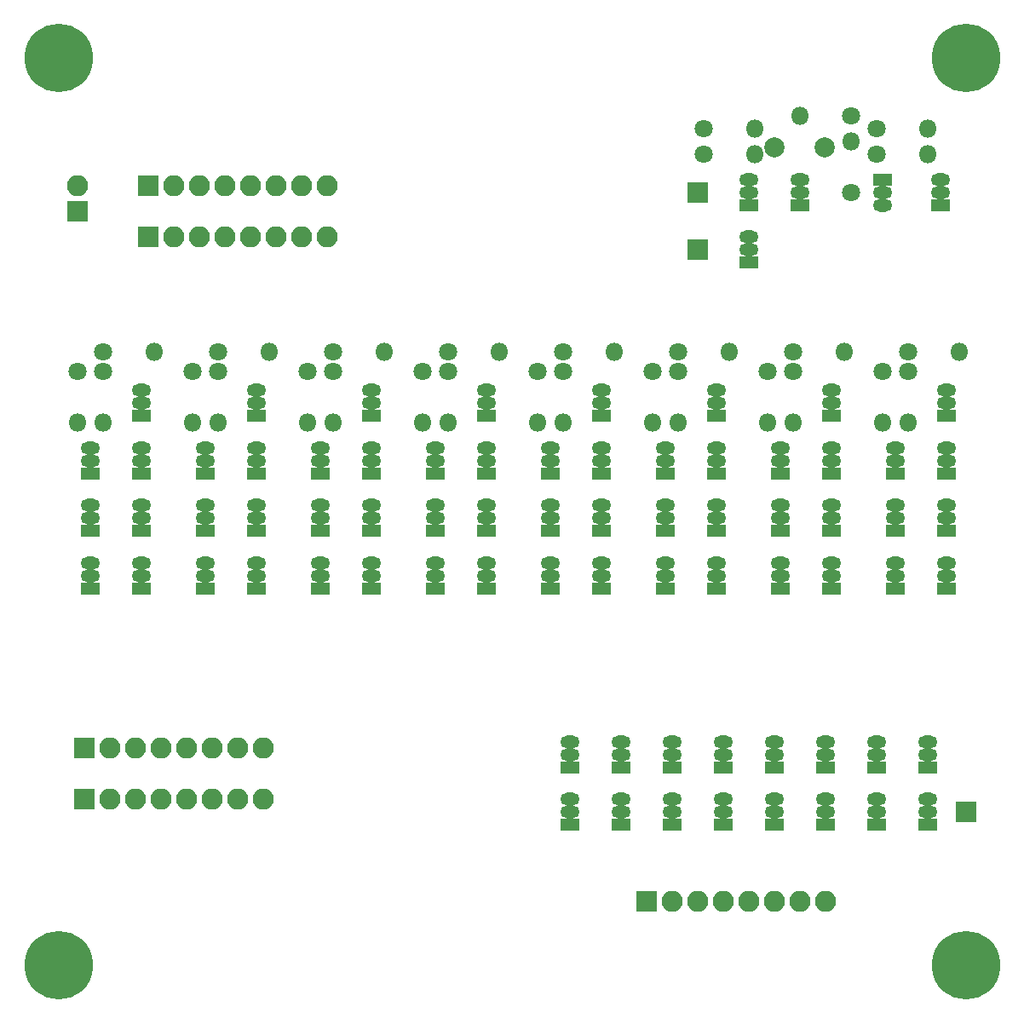
<source format=gbr>
G04 #@! TF.FileFunction,Soldermask,Bot*
%FSLAX46Y46*%
G04 Gerber Fmt 4.6, Leading zero omitted, Abs format (unit mm)*
G04 Created by KiCad (PCBNEW 4.0.7-e2-6376~58~ubuntu16.04.1) date Tue Jan 16 13:30:28 2018*
%MOMM*%
%LPD*%
G01*
G04 APERTURE LIST*
%ADD10C,0.100000*%
%ADD11C,2.000000*%
%ADD12R,2.100000X2.100000*%
%ADD13O,2.100000X2.100000*%
%ADD14O,1.900000X1.300000*%
%ADD15R,1.900000X1.300000*%
%ADD16C,1.800000*%
%ADD17O,1.800000X1.800000*%
%ADD18C,6.800000*%
G04 APERTURE END LIST*
D10*
D11*
X117475000Y-29210000D03*
X122475000Y-29210000D03*
D12*
X55245000Y-33020000D03*
D13*
X57785000Y-33020000D03*
X60325000Y-33020000D03*
X62865000Y-33020000D03*
X65405000Y-33020000D03*
X67945000Y-33020000D03*
X70485000Y-33020000D03*
X73025000Y-33020000D03*
D12*
X48260000Y-35560000D03*
D13*
X48260000Y-33020000D03*
D12*
X55245000Y-38100000D03*
D13*
X57785000Y-38100000D03*
X60325000Y-38100000D03*
X62865000Y-38100000D03*
X65405000Y-38100000D03*
X67945000Y-38100000D03*
X70485000Y-38100000D03*
X73025000Y-38100000D03*
D12*
X109855000Y-33655000D03*
X109855000Y-39370000D03*
X104775000Y-104140000D03*
D13*
X107315000Y-104140000D03*
X109855000Y-104140000D03*
X112395000Y-104140000D03*
X114935000Y-104140000D03*
X117475000Y-104140000D03*
X120015000Y-104140000D03*
X122555000Y-104140000D03*
D12*
X48895000Y-88900000D03*
D13*
X51435000Y-88900000D03*
X53975000Y-88900000D03*
X56515000Y-88900000D03*
X59055000Y-88900000D03*
X61595000Y-88900000D03*
X64135000Y-88900000D03*
X66675000Y-88900000D03*
D12*
X48895000Y-93980000D03*
D13*
X51435000Y-93980000D03*
X53975000Y-93980000D03*
X56515000Y-93980000D03*
X59055000Y-93980000D03*
X61595000Y-93980000D03*
X64135000Y-93980000D03*
X66675000Y-93980000D03*
D12*
X136525000Y-95250000D03*
D14*
X114935000Y-33655000D03*
X114935000Y-32385000D03*
D15*
X114935000Y-34925000D03*
D14*
X120015000Y-33655000D03*
X120015000Y-32385000D03*
D15*
X120015000Y-34925000D03*
D14*
X128270000Y-33655000D03*
X128270000Y-34925000D03*
D15*
X128270000Y-32385000D03*
D14*
X133985000Y-33655000D03*
X133985000Y-32385000D03*
D15*
X133985000Y-34925000D03*
D14*
X114935000Y-39370000D03*
X114935000Y-38100000D03*
D15*
X114935000Y-40640000D03*
D14*
X97155000Y-89535000D03*
X97155000Y-88265000D03*
D15*
X97155000Y-90805000D03*
D14*
X102235000Y-89535000D03*
X102235000Y-88265000D03*
D15*
X102235000Y-90805000D03*
D14*
X107315000Y-89535000D03*
X107315000Y-88265000D03*
D15*
X107315000Y-90805000D03*
D14*
X112395000Y-89535000D03*
X112395000Y-88265000D03*
D15*
X112395000Y-90805000D03*
D14*
X117475000Y-89535000D03*
X117475000Y-88265000D03*
D15*
X117475000Y-90805000D03*
D14*
X122555000Y-89535000D03*
X122555000Y-88265000D03*
D15*
X122555000Y-90805000D03*
D14*
X127635000Y-89535000D03*
X127635000Y-88265000D03*
D15*
X127635000Y-90805000D03*
D14*
X132715000Y-89535000D03*
X132715000Y-88265000D03*
D15*
X132715000Y-90805000D03*
D14*
X97155000Y-95250000D03*
X97155000Y-93980000D03*
D15*
X97155000Y-96520000D03*
D14*
X102235000Y-95250000D03*
X102235000Y-93980000D03*
D15*
X102235000Y-96520000D03*
D14*
X107315000Y-95250000D03*
X107315000Y-93980000D03*
D15*
X107315000Y-96520000D03*
D14*
X112395000Y-95250000D03*
X112395000Y-93980000D03*
D15*
X112395000Y-96520000D03*
D14*
X117475000Y-95250000D03*
X117475000Y-93980000D03*
D15*
X117475000Y-96520000D03*
D14*
X122555000Y-95250000D03*
X122555000Y-93980000D03*
D15*
X122555000Y-96520000D03*
D14*
X127635000Y-95250000D03*
X127635000Y-93980000D03*
D15*
X127635000Y-96520000D03*
D14*
X132715000Y-95250000D03*
X132715000Y-93980000D03*
D15*
X132715000Y-96520000D03*
D14*
X49530000Y-66040000D03*
X49530000Y-64770000D03*
D15*
X49530000Y-67310000D03*
D14*
X49530000Y-60325000D03*
X49530000Y-59055000D03*
D15*
X49530000Y-61595000D03*
D14*
X54610000Y-60325000D03*
X54610000Y-59055000D03*
D15*
X54610000Y-61595000D03*
D14*
X54610000Y-66040000D03*
X54610000Y-64770000D03*
D15*
X54610000Y-67310000D03*
D14*
X49530000Y-71755000D03*
X49530000Y-70485000D03*
D15*
X49530000Y-73025000D03*
D14*
X54610000Y-71755000D03*
X54610000Y-70485000D03*
D15*
X54610000Y-73025000D03*
D14*
X54610000Y-54610000D03*
X54610000Y-53340000D03*
D15*
X54610000Y-55880000D03*
D14*
X60960000Y-66040000D03*
X60960000Y-64770000D03*
D15*
X60960000Y-67310000D03*
D14*
X60960000Y-60325000D03*
X60960000Y-59055000D03*
D15*
X60960000Y-61595000D03*
D14*
X66040000Y-60325000D03*
X66040000Y-59055000D03*
D15*
X66040000Y-61595000D03*
D14*
X66040000Y-66040000D03*
X66040000Y-64770000D03*
D15*
X66040000Y-67310000D03*
D14*
X60960000Y-71755000D03*
X60960000Y-70485000D03*
D15*
X60960000Y-73025000D03*
D14*
X66040000Y-71755000D03*
X66040000Y-70485000D03*
D15*
X66040000Y-73025000D03*
D14*
X66040000Y-54610000D03*
X66040000Y-53340000D03*
D15*
X66040000Y-55880000D03*
D14*
X72390000Y-66040000D03*
X72390000Y-64770000D03*
D15*
X72390000Y-67310000D03*
D14*
X72390000Y-60325000D03*
X72390000Y-59055000D03*
D15*
X72390000Y-61595000D03*
D14*
X77470000Y-60325000D03*
X77470000Y-59055000D03*
D15*
X77470000Y-61595000D03*
D14*
X77470000Y-66040000D03*
X77470000Y-64770000D03*
D15*
X77470000Y-67310000D03*
D14*
X72390000Y-71755000D03*
X72390000Y-70485000D03*
D15*
X72390000Y-73025000D03*
D14*
X77470000Y-71755000D03*
X77470000Y-70485000D03*
D15*
X77470000Y-73025000D03*
D14*
X77470000Y-54610000D03*
X77470000Y-53340000D03*
D15*
X77470000Y-55880000D03*
D14*
X83820000Y-66040000D03*
X83820000Y-64770000D03*
D15*
X83820000Y-67310000D03*
D14*
X83820000Y-60325000D03*
X83820000Y-59055000D03*
D15*
X83820000Y-61595000D03*
D14*
X88900000Y-60325000D03*
X88900000Y-59055000D03*
D15*
X88900000Y-61595000D03*
D14*
X88900000Y-66040000D03*
X88900000Y-64770000D03*
D15*
X88900000Y-67310000D03*
D14*
X83820000Y-71755000D03*
X83820000Y-70485000D03*
D15*
X83820000Y-73025000D03*
D14*
X88900000Y-71755000D03*
X88900000Y-70485000D03*
D15*
X88900000Y-73025000D03*
D14*
X88900000Y-54610000D03*
X88900000Y-53340000D03*
D15*
X88900000Y-55880000D03*
D14*
X95250000Y-66040000D03*
X95250000Y-64770000D03*
D15*
X95250000Y-67310000D03*
D14*
X95250000Y-60325000D03*
X95250000Y-59055000D03*
D15*
X95250000Y-61595000D03*
D14*
X100330000Y-60325000D03*
X100330000Y-59055000D03*
D15*
X100330000Y-61595000D03*
D14*
X100330000Y-66040000D03*
X100330000Y-64770000D03*
D15*
X100330000Y-67310000D03*
D14*
X95250000Y-71755000D03*
X95250000Y-70485000D03*
D15*
X95250000Y-73025000D03*
D14*
X100330000Y-71755000D03*
X100330000Y-70485000D03*
D15*
X100330000Y-73025000D03*
D14*
X100330000Y-54610000D03*
X100330000Y-53340000D03*
D15*
X100330000Y-55880000D03*
D14*
X106680000Y-66040000D03*
X106680000Y-64770000D03*
D15*
X106680000Y-67310000D03*
D14*
X106680000Y-60325000D03*
X106680000Y-59055000D03*
D15*
X106680000Y-61595000D03*
D14*
X111760000Y-60325000D03*
X111760000Y-59055000D03*
D15*
X111760000Y-61595000D03*
D14*
X111760000Y-66040000D03*
X111760000Y-64770000D03*
D15*
X111760000Y-67310000D03*
D14*
X106680000Y-71755000D03*
X106680000Y-70485000D03*
D15*
X106680000Y-73025000D03*
D14*
X111760000Y-71755000D03*
X111760000Y-70485000D03*
D15*
X111760000Y-73025000D03*
D14*
X111760000Y-54610000D03*
X111760000Y-53340000D03*
D15*
X111760000Y-55880000D03*
D14*
X118110000Y-66040000D03*
X118110000Y-64770000D03*
D15*
X118110000Y-67310000D03*
D14*
X118110000Y-60325000D03*
X118110000Y-59055000D03*
D15*
X118110000Y-61595000D03*
D14*
X123190000Y-60325000D03*
X123190000Y-59055000D03*
D15*
X123190000Y-61595000D03*
D14*
X123190000Y-66040000D03*
X123190000Y-64770000D03*
D15*
X123190000Y-67310000D03*
D14*
X118110000Y-71755000D03*
X118110000Y-70485000D03*
D15*
X118110000Y-73025000D03*
D14*
X123190000Y-71755000D03*
X123190000Y-70485000D03*
D15*
X123190000Y-73025000D03*
D14*
X123190000Y-54610000D03*
X123190000Y-53340000D03*
D15*
X123190000Y-55880000D03*
D14*
X129540000Y-66040000D03*
X129540000Y-64770000D03*
D15*
X129540000Y-67310000D03*
D14*
X129540000Y-60325000D03*
X129540000Y-59055000D03*
D15*
X129540000Y-61595000D03*
D14*
X134620000Y-60325000D03*
X134620000Y-59055000D03*
D15*
X134620000Y-61595000D03*
D14*
X134620000Y-66040000D03*
X134620000Y-64770000D03*
D15*
X134620000Y-67310000D03*
D14*
X129540000Y-71755000D03*
X129540000Y-70485000D03*
D15*
X129540000Y-73025000D03*
D14*
X134620000Y-71755000D03*
X134620000Y-70485000D03*
D15*
X134620000Y-73025000D03*
D14*
X134620000Y-54610000D03*
X134620000Y-53340000D03*
D15*
X134620000Y-55880000D03*
D16*
X110490000Y-29845000D03*
D17*
X115570000Y-29845000D03*
D16*
X110490000Y-27305000D03*
D17*
X115570000Y-27305000D03*
D16*
X127635000Y-29845000D03*
D17*
X132715000Y-29845000D03*
D16*
X127635000Y-27305000D03*
D17*
X132715000Y-27305000D03*
D16*
X125095000Y-33655000D03*
D17*
X125095000Y-28575000D03*
D16*
X125095000Y-26035000D03*
D17*
X120015000Y-26035000D03*
D16*
X48260000Y-51435000D03*
D17*
X48260000Y-56515000D03*
D16*
X50800000Y-51435000D03*
D17*
X50800000Y-56515000D03*
D16*
X50800000Y-49530000D03*
D17*
X55880000Y-49530000D03*
D16*
X59690000Y-51435000D03*
D17*
X59690000Y-56515000D03*
D16*
X62230000Y-51435000D03*
D17*
X62230000Y-56515000D03*
D16*
X62230000Y-49530000D03*
D17*
X67310000Y-49530000D03*
D16*
X71120000Y-51435000D03*
D17*
X71120000Y-56515000D03*
D16*
X73660000Y-51435000D03*
D17*
X73660000Y-56515000D03*
D16*
X73660000Y-49530000D03*
D17*
X78740000Y-49530000D03*
D16*
X82550000Y-51435000D03*
D17*
X82550000Y-56515000D03*
D16*
X85090000Y-51435000D03*
D17*
X85090000Y-56515000D03*
D16*
X85090000Y-49530000D03*
D17*
X90170000Y-49530000D03*
D16*
X93980000Y-51435000D03*
D17*
X93980000Y-56515000D03*
D16*
X96520000Y-51435000D03*
D17*
X96520000Y-56515000D03*
D16*
X96520000Y-49530000D03*
D17*
X101600000Y-49530000D03*
D16*
X105410000Y-51435000D03*
D17*
X105410000Y-56515000D03*
D16*
X107950000Y-51435000D03*
D17*
X107950000Y-56515000D03*
D16*
X107950000Y-49530000D03*
D17*
X113030000Y-49530000D03*
D16*
X116840000Y-51435000D03*
D17*
X116840000Y-56515000D03*
D16*
X119380000Y-51435000D03*
D17*
X119380000Y-56515000D03*
D16*
X119380000Y-49530000D03*
D17*
X124460000Y-49530000D03*
D16*
X128270000Y-51435000D03*
D17*
X128270000Y-56515000D03*
D16*
X130810000Y-51435000D03*
D17*
X130810000Y-56515000D03*
D16*
X130810000Y-49530000D03*
D17*
X135890000Y-49530000D03*
D18*
X46355000Y-20320000D03*
X136525000Y-20320000D03*
X136525000Y-110490000D03*
X46355000Y-110490000D03*
M02*

</source>
